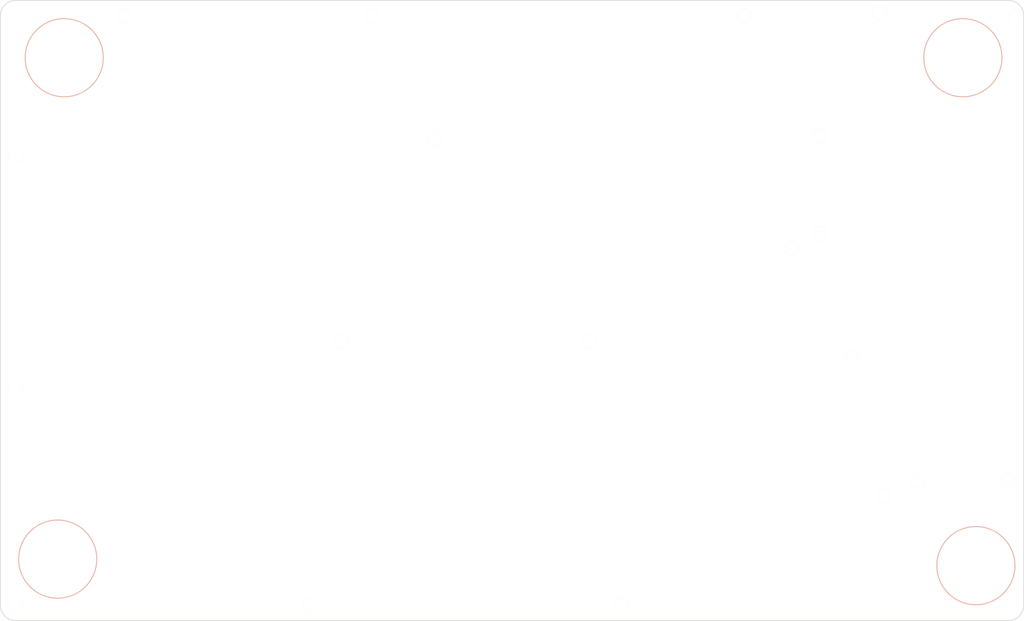
<source format=kicad_pcb>
(kicad_pcb (version 20221018) (generator pcbnew)
  (layers (0 "F.Cu" signal) (31 "B.Cu" signal) (34 "B.Paste" user) (35 "F.Paste" user) (36 "B.SilkS" user "B.Silkscreen") (37 "F.SilkS" user "F.Silkscreen") (38 "B.Mask" user) (39 "F.Mask" user) (44 "Edge.Cuts" user))
  (net 0 "")
  (footprint "kbd_Hole:m2_Screw_Hole_EdgeCuts" (layer "F.Cu") (at 154.625 78.625)
    (fp_text reference "Ref**" hide)
    (fp_text value "Val**" hide)
    (fp_circle (center 0 0) (end 1.1 0) (stroke (width 0.01)) (fill none) (layer "Edge.Cuts"))
  )
  (footprint "kbd_Hole:m2_Screw_Hole_EdgeCuts" (layer "F.Cu") (at 42.8625 26.19375)
    (fp_text reference "Ref**" hide)
    (fp_text value "Val**" hide)
    (fp_circle (center 0 0) (end 1.1 0) (stroke (width 0.01)) (fill none) (layer "Edge.Cuts"))
  )
  (footprint "kbd_Hole:m2_Screw_Hole_EdgeCuts" (layer "F.Cu") (at 149.625 59.625)
    (fp_text reference "Ref**" hide)
    (fp_text value "Val**" hide)
    (fp_circle (center 0 0) (end 1.1 0) (stroke (width 0.01)) (fill none) (layer "Edge.Cuts"))
  )
  (footprint "kbd_Hole:m2_Screw_Hole_EdgeCuts" (layer "F.Cu") (at 119.0625 116.68125)
    (fp_text reference "Ref**" hide)
    (fp_text value "Val**" hide)
    (fp_circle (center 0 0) (end 1.1 0) (stroke (width 0.01)) (fill none) (layer "Edge.Cuts"))
  )
  (footprint "kbd_Hole:m2_Screw_Hole_EdgeCuts" (layer "F.Cu") (at 158.825 25.825)
    (fp_text reference "Ref**" hide)
    (fp_text value "Val**" hide)
    (fp_circle (center 0 0) (end 1.1 0) (stroke (width 0.01)) (fill none) (layer "Edge.Cuts"))
  )
  (footprint "kbd_Hole:m2_Screw_Hole_EdgeCuts" (layer "F.Cu") (at 90.4875 45.24375)
    (fp_text reference "Ref**" hide)
    (fp_text value "Val**" hide)
    (fp_circle (center 0 0) (end 1.1 0) (stroke (width 0.01)) (fill none) (layer "Edge.Cuts"))
  )
  (footprint "kbd_Hole:m2_Screw_Hole_EdgeCuts" (layer "F.Cu") (at 114.3 76.2)
    (fp_text reference "Ref**" hide)
    (fp_text value "Val**" hide)
    (fp_circle (center 0 0) (end 1.1 0) (stroke (width 0.01)) (fill none) (layer "Edge.Cuts"))
  )
  (footprint "kbd_Hole:m2_Screw_Hole_EdgeCuts" (layer "F.Cu") (at 164.625 97.625)
    (fp_text reference "Ref**" hide)
    (fp_text value "Val**" hide)
    (fp_circle (center 0 0) (end 1.1 0) (stroke (width 0.01)) (fill none) (layer "Edge.Cuts"))
  )
  (footprint "kbd_Hole:m2_Screw_Hole_EdgeCuts" (layer "F.Cu") (at 179.625 26.425)
    (fp_text reference "Ref**" hide)
    (fp_text value "Val**" hide)
    (fp_circle (center 0 0) (end 1.1 0) (stroke (width 0.01)) (fill none) (layer "Edge.Cuts"))
  )
  (footprint "kbd_Hole:m2_Screw_Hole_EdgeCuts" (layer "F.Cu") (at 26.19375 116.68125)
    (fp_text reference "Ref**" hide)
    (fp_text value "Val**" hide)
    (fp_circle (center 0 0) (end 1.1 0) (stroke (width 0.01)) (fill none) (layer "Edge.Cuts"))
  )
  (footprint "kbd_Hole:m2_Screw_Hole_EdgeCuts" (layer "F.Cu") (at 71.4375 116.68125)
    (fp_text reference "Ref**" hide)
    (fp_text value "Val**" hide)
    (fp_circle (center 0 0) (end 1.1 0) (stroke (width 0.01)) (fill none) (layer "Edge.Cuts"))
  )
  (footprint "kbd_Hole:m2_Screw_Hole_EdgeCuts" (layer "F.Cu") (at 26.19375 83.34375)
    (fp_text reference "Ref**" hide)
    (fp_text value "Val**" hide)
    (fp_circle (center 0 0) (end 1.1 0) (stroke (width 0.01)) (fill none) (layer "Edge.Cuts"))
  )
  (footprint "kbd_Hole:m2_Screw_Hole_EdgeCuts" (layer "F.Cu") (at 149.625 44.625)
    (fp_text reference "Ref**" hide)
    (fp_text value "Val**" hide)
    (fp_circle (center 0 0) (end 1.1 0) (stroke (width 0.01)) (fill none) (layer "Edge.Cuts"))
  )
  (footprint "kbd_Hole:m2_Screw_Hole_EdgeCuts" (layer "F.Cu") (at 159.54375 100.0125)
    (fp_text reference "Ref**" hide)
    (fp_text value "Val**" hide)
    (fp_circle (center 0 0) (end 1.1 0) (stroke (width 0.01)) (fill none) (layer "Edge.Cuts"))
  )
  (footprint "kbd_Hole:m2_Screw_Hole_EdgeCuts" (layer "F.Cu") (at 26.19375 47.625)
    (fp_text reference "Ref**" hide)
    (fp_text value "Val**" hide)
    (fp_circle (center 0 0) (end 1.1 0) (stroke (width 0.01)) (fill none) (layer "Edge.Cuts"))
  )
  (footprint "kbd_Hole:m2_Screw_Hole_EdgeCuts" (layer "F.Cu") (at 138.1125 26.19375)
    (fp_text reference "Ref**" hide)
    (fp_text value "Val**" hide)
    (fp_circle (center 0 0) (end 1.1 0) (stroke (width 0.01)) (fill none) (layer "Edge.Cuts"))
  )
  (footprint "kbd_Hole:m2_Screw_Hole_EdgeCuts" (layer "F.Cu") (at 80.9625 26.19375)
    (fp_text reference "Ref**" hide)
    (fp_text value "Val**" hide)
    (fp_circle (center 0 0) (end 1.1 0) (stroke (width 0.01)) (fill none) (layer "Edge.Cuts"))
  )
  (footprint "kbd_Hole:m2_Screw_Hole_EdgeCuts" (layer "F.Cu") (at 145.25625 61.9125)
    (fp_text reference "Ref**" hide)
    (fp_text value "Val**" hide)
    (fp_circle (center 0 0) (end 1.1 0) (stroke (width 0.01)) (fill none) (layer "Edge.Cuts"))
  )
  (footprint "kbd_Hole:m2_Screw_Hole_EdgeCuts" (layer "F.Cu") (at 178.625 97.625)
    (fp_text reference "Ref**" hide)
    (fp_text value "Val**" hide)
    (fp_circle (center 0 0) (end 1.1 0) (stroke (width 0.01)) (fill none) (layer "Edge.Cuts"))
  )
  (footprint "kbd_Hole:m2_Screw_Hole_EdgeCuts" (layer "F.Cu") (at 76.2 76.2)
    (fp_text reference "Ref**" hide)
    (fp_text value "Val**" hide)
    (fp_circle (center 0 0) (end 1.1 0) (stroke (width 0.01)) (fill none) (layer "Edge.Cuts"))
  )
  (gr_circle (center 32.625 109.625) (end 32.625 115.625) (stroke (width 0.15)) (fill none) (layer "B.SilkS"))
  (gr_circle (center 33.625 32.625) (end 33.625 38.625) (stroke (width 0.15)) (fill none) (layer "B.SilkS"))
  (gr_circle (center 173.625 110.625) (end 173.625 116.625) (stroke (width 0.15)) (fill none) (layer "B.SilkS"))
  (gr_circle (center 171.625 32.625) (end 171.625 38.625) (stroke (width 0.15)) (fill none) (layer "B.SilkS"))
  (gr_line (start 180.975 26.19375) (end 180.975 116.68125) (stroke (width 0.1)) (layer "Edge.Cuts"))
  (gr_arc (start 178.59375 23.8125) (mid 180.277548 24.509952) (end 180.975 26.19375) (stroke (width 0.1)) (layer "Edge.Cuts"))
  (gr_arc (start 180.975 116.68125) (mid 180.277548 118.365048) (end 178.59375 119.0625) (stroke (width 0.1)) (layer "Edge.Cuts"))
  (gr_arc (start 26.19375 119.0625) (mid 24.509952 118.365048) (end 23.8125 116.68125) (stroke (width 0.1)) (layer "Edge.Cuts"))
  (gr_line (start 23.8125 116.68125) (end 23.8125 26.19375) (stroke (width 0.1)) (layer "Edge.Cuts"))
  (gr_line (start 26.19375 23.8125) (end 178.59375 23.8125) (stroke (width 0.1)) (layer "Edge.Cuts"))
  (gr_line (start 178.59375 119.0625) (end 26.19375 119.0625) (stroke (width 0.1)) (layer "Edge.Cuts"))
  (gr_arc (start 23.8125 26.19375) (mid 24.509952 24.509952) (end 26.19375 23.8125) (stroke (width 0.1)) (layer "Edge.Cuts"))
)
</source>
